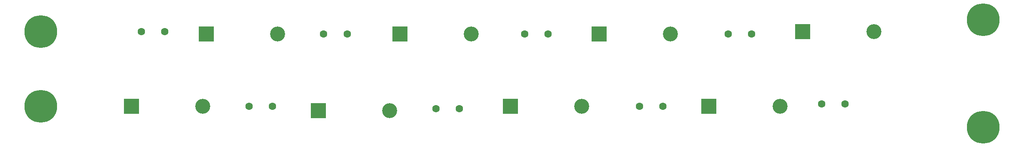
<source format=gbr>
%TF.GenerationSoftware,KiCad,Pcbnew,8.0.7*%
%TF.CreationDate,2025-10-03T18:14:02-07:00*%
%TF.ProjectId,HV Power Supply,48562050-6f77-4657-9220-537570706c79,rev?*%
%TF.SameCoordinates,Original*%
%TF.FileFunction,Copper,L2,Bot*%
%TF.FilePolarity,Positive*%
%FSLAX46Y46*%
G04 Gerber Fmt 4.6, Leading zero omitted, Abs format (unit mm)*
G04 Created by KiCad (PCBNEW 8.0.7) date 2025-10-03 18:14:02*
%MOMM*%
%LPD*%
G01*
G04 APERTURE LIST*
%TA.AperFunction,ComponentPad*%
%ADD10C,7.000000*%
%TD*%
%TA.AperFunction,ComponentPad*%
%ADD11C,1.600000*%
%TD*%
%TA.AperFunction,ComponentPad*%
%ADD12R,3.200000X3.200000*%
%TD*%
%TA.AperFunction,ComponentPad*%
%ADD13O,3.200000X3.200000*%
%TD*%
G04 APERTURE END LIST*
D10*
%TO.P,H4,1,1*%
%TO.N,Net-(D7-K)*%
X257000000Y-90500000D03*
%TD*%
D11*
%TO.P,C7,1*%
%TO.N,Net-(D5-K)*%
X202500000Y-93500000D03*
%TO.P,C7,2*%
%TO.N,Net-(D7-K)*%
X207500000Y-93500000D03*
%TD*%
%TO.P,C5,1*%
%TO.N,Net-(D3-K)*%
X159000000Y-93500000D03*
%TO.P,C5,2*%
%TO.N,Net-(D5-K)*%
X164000000Y-93500000D03*
%TD*%
D10*
%TO.P,H3,1,1*%
%TO.N,Net-(D8-K)*%
X257000000Y-113500000D03*
%TD*%
D11*
%TO.P,C1,1*%
%TO.N,Net-(C1-Pad1)*%
X77000000Y-93000000D03*
%TO.P,C1,2*%
%TO.N,Net-(D1-K)*%
X82000000Y-93000000D03*
%TD*%
%TO.P,C4,1*%
%TO.N,Net-(D2-K)*%
X140000000Y-109500000D03*
%TO.P,C4,2*%
%TO.N,Net-(D4-K)*%
X145000000Y-109500000D03*
%TD*%
D12*
%TO.P,D1,1,K*%
%TO.N,Net-(D1-K)*%
X74880000Y-109000000D03*
D13*
%TO.P,D1,2,A*%
%TO.N,Net-(D1-A)*%
X90120000Y-109000000D03*
%TD*%
%TO.P,D3,2,A*%
%TO.N,Net-(D2-K)*%
X130120000Y-110000000D03*
D12*
%TO.P,D3,1,K*%
%TO.N,Net-(D3-K)*%
X114880000Y-110000000D03*
%TD*%
D13*
%TO.P,D6,2,A*%
%TO.N,Net-(D5-K)*%
X190120000Y-93500000D03*
D12*
%TO.P,D6,1,K*%
%TO.N,Net-(D6-K)*%
X174880000Y-93500000D03*
%TD*%
D13*
%TO.P,D5,2,A*%
%TO.N,Net-(D4-K)*%
X171120000Y-109000000D03*
D12*
%TO.P,D5,1,K*%
%TO.N,Net-(D5-K)*%
X155880000Y-109000000D03*
%TD*%
D11*
%TO.P,C8,2*%
%TO.N,Net-(D8-K)*%
X227500000Y-108500000D03*
%TO.P,C8,1*%
%TO.N,Net-(D6-K)*%
X222500000Y-108500000D03*
%TD*%
%TO.P,C3,1*%
%TO.N,Net-(D1-K)*%
X116000000Y-93500000D03*
%TO.P,C3,2*%
%TO.N,Net-(D3-K)*%
X121000000Y-93500000D03*
%TD*%
D13*
%TO.P,D7,2,A*%
%TO.N,Net-(D6-K)*%
X213620000Y-109000000D03*
D12*
%TO.P,D7,1,K*%
%TO.N,Net-(D7-K)*%
X198380000Y-109000000D03*
%TD*%
D13*
%TO.P,D4,2,A*%
%TO.N,Net-(D3-K)*%
X147500000Y-93500000D03*
D12*
%TO.P,D4,1,K*%
%TO.N,Net-(D4-K)*%
X132260000Y-93500000D03*
%TD*%
D11*
%TO.P,C2,1*%
%TO.N,Net-(D1-A)*%
X100000000Y-109000000D03*
%TO.P,C2,2*%
%TO.N,Net-(D2-K)*%
X105000000Y-109000000D03*
%TD*%
D13*
%TO.P,D8,2,A*%
%TO.N,Net-(D7-K)*%
X233620000Y-93000000D03*
D12*
%TO.P,D8,1,K*%
%TO.N,Net-(D8-K)*%
X218380000Y-93000000D03*
%TD*%
%TO.P,D2,1,K*%
%TO.N,Net-(D2-K)*%
X90880000Y-93500000D03*
D13*
%TO.P,D2,2,A*%
%TO.N,Net-(D1-K)*%
X106120000Y-93500000D03*
%TD*%
D11*
%TO.P,C6,1*%
%TO.N,Net-(D4-K)*%
X183500000Y-109000000D03*
%TO.P,C6,2*%
%TO.N,Net-(D6-K)*%
X188500000Y-109000000D03*
%TD*%
D10*
%TO.P,H1,1,1*%
%TO.N,Net-(C1-Pad1)*%
X55500000Y-93000000D03*
%TD*%
%TO.P,H2,1,1*%
%TO.N,Net-(D1-A)*%
X55500000Y-109000000D03*
%TD*%
M02*

</source>
